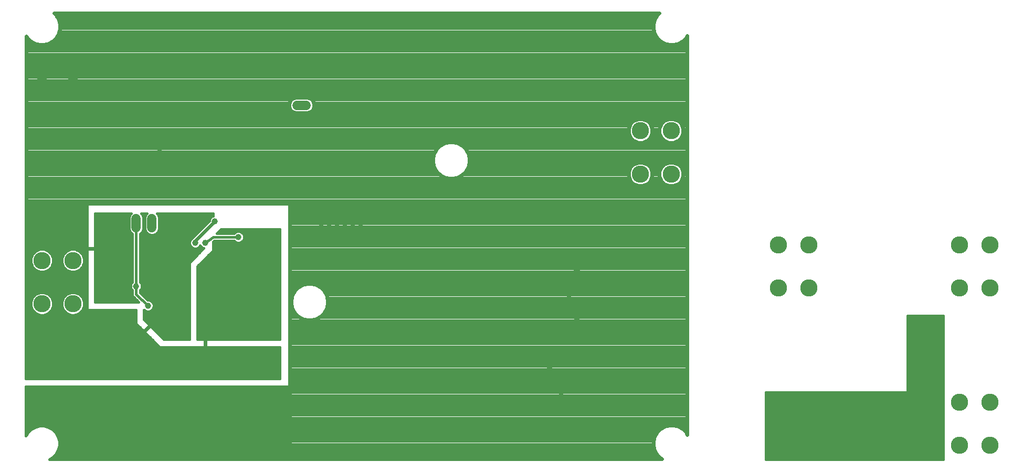
<source format=gbl>
G75*
%MOIN*%
%OFA0B0*%
%FSLAX24Y24*%
%IPPOS*%
%LPD*%
%AMOC8*
5,1,8,0,0,1.08239X$1,22.5*
%
%ADD10C,0.1095*%
%ADD11C,0.0594*%
%ADD12C,0.0396*%
%ADD13C,0.0240*%
%ADD14C,0.0160*%
D10*
X001646Y010550D03*
X003606Y010550D03*
X003606Y013310D03*
X001646Y013310D03*
X001646Y022550D03*
X003606Y022550D03*
X003606Y025310D03*
X001646Y025310D03*
X039646Y021560D03*
X041606Y021560D03*
X041606Y018800D03*
X039646Y018800D03*
X048396Y014310D03*
X050356Y014310D03*
X050356Y011550D03*
X048396Y011550D03*
X041606Y011560D03*
X039646Y011560D03*
X039646Y008800D03*
X041606Y008800D03*
X048396Y004310D03*
X050356Y004310D03*
X050356Y001550D03*
X048396Y001550D03*
X059896Y001550D03*
X061856Y001550D03*
X061856Y004310D03*
X059896Y004310D03*
X059896Y011550D03*
X061856Y011550D03*
X061856Y014310D03*
X059896Y014310D03*
D11*
X018422Y023180D02*
X017829Y023180D01*
X017829Y024180D02*
X018422Y024180D01*
X008626Y015977D02*
X008626Y015383D01*
X007626Y015383D02*
X007626Y015977D01*
X006626Y015977D02*
X006626Y015383D01*
D12*
X007126Y014305D03*
X005626Y014055D03*
X008376Y013180D03*
X007126Y012430D03*
X007626Y011680D03*
X008376Y010430D03*
X009251Y009930D03*
X012001Y009555D03*
X016251Y007430D03*
X008876Y003680D03*
X008876Y003180D03*
X008876Y002680D03*
X012876Y013055D03*
X014876Y013055D03*
X012001Y014430D03*
X011376Y014430D03*
X014126Y014805D03*
X012626Y015805D03*
X019376Y015680D03*
X019876Y015680D03*
X020376Y015680D03*
X020876Y015680D03*
X021376Y015680D03*
X021876Y015680D03*
X021626Y015180D03*
X021126Y015180D03*
X020626Y015180D03*
X020126Y015180D03*
X019626Y015180D03*
X019876Y014680D03*
X020376Y014680D03*
X020876Y014680D03*
X021376Y014680D03*
X021876Y014680D03*
X019376Y014680D03*
X009126Y020430D03*
X009126Y022930D03*
X008126Y022930D03*
X007126Y022930D03*
X006126Y022930D03*
X005126Y022930D03*
X005126Y024180D03*
X006126Y024180D03*
X007126Y024180D03*
X008126Y024180D03*
X009126Y024180D03*
X010126Y024180D03*
X010126Y022930D03*
X010126Y025430D03*
X009126Y025430D03*
X008126Y025430D03*
X007126Y025430D03*
X006126Y025430D03*
X005126Y025430D03*
X003626Y023930D03*
X002626Y023930D03*
X001626Y023930D03*
X001376Y020680D03*
X002376Y020680D03*
X003376Y020680D03*
X003376Y019680D03*
X002376Y019680D03*
X001376Y019680D03*
X033876Y007430D03*
X034626Y006930D03*
X033876Y006430D03*
X034626Y005930D03*
X033876Y005430D03*
X034626Y004930D03*
X033876Y004430D03*
X035626Y009680D03*
X035126Y010180D03*
X035626Y010680D03*
X035126Y011180D03*
X035626Y011680D03*
X035126Y012180D03*
X035626Y012680D03*
X057126Y009180D03*
X057751Y008805D03*
X058376Y009180D03*
X058376Y008430D03*
X057751Y008055D03*
X058376Y007680D03*
X057751Y007305D03*
X058376Y006930D03*
X057126Y006930D03*
X057126Y007680D03*
X057126Y008430D03*
D13*
X042626Y008528D02*
X017376Y008528D01*
X017376Y008766D02*
X042626Y008766D01*
X042626Y009005D02*
X017376Y009005D01*
X017376Y009243D02*
X042626Y009243D01*
X042626Y009482D02*
X017376Y009482D01*
X017376Y009720D02*
X017988Y009720D01*
X017920Y009760D02*
X018182Y009608D01*
X018474Y009530D01*
X018777Y009530D01*
X019069Y009608D01*
X019332Y009760D01*
X019546Y009974D01*
X019697Y010236D01*
X019776Y010529D01*
X019776Y010831D01*
X019697Y011124D01*
X019546Y011386D01*
X019332Y011600D01*
X019069Y011752D01*
X018777Y011830D01*
X018474Y011830D01*
X018182Y011752D01*
X017920Y011600D01*
X017705Y011386D01*
X017554Y011124D01*
X017476Y010831D01*
X017476Y010529D01*
X017554Y010236D01*
X017705Y009974D01*
X017920Y009760D01*
X017721Y009959D02*
X017376Y009959D01*
X017376Y010197D02*
X017577Y010197D01*
X017501Y010436D02*
X017376Y010436D01*
X017376Y010674D02*
X017476Y010674D01*
X017497Y010913D02*
X017376Y010913D01*
X017376Y011151D02*
X017570Y011151D01*
X017709Y011390D02*
X017376Y011390D01*
X017376Y011628D02*
X017968Y011628D01*
X017376Y011867D02*
X042626Y011867D01*
X042626Y012105D02*
X017376Y012105D01*
X017376Y012344D02*
X042626Y012344D01*
X042626Y012582D02*
X017376Y012582D01*
X017376Y012821D02*
X042626Y012821D01*
X042626Y013059D02*
X017376Y013059D01*
X017376Y013298D02*
X042626Y013298D01*
X042626Y013536D02*
X017376Y013536D01*
X017376Y013775D02*
X042626Y013775D01*
X042626Y014013D02*
X017376Y014013D01*
X017376Y014252D02*
X042626Y014252D01*
X042626Y014490D02*
X017376Y014490D01*
X017376Y014729D02*
X042626Y014729D01*
X042626Y014967D02*
X017376Y014967D01*
X017376Y015206D02*
X042626Y015206D01*
X042626Y015444D02*
X017376Y015444D01*
X017376Y015683D02*
X042626Y015683D01*
X042626Y015921D02*
X017376Y015921D01*
X017376Y016160D02*
X042626Y016160D01*
X042626Y016398D02*
X017376Y016398D01*
X017376Y016637D02*
X042626Y016637D01*
X042626Y016875D02*
X017376Y016875D01*
X017376Y016930D02*
X000646Y016930D01*
X000646Y027578D01*
X000705Y027474D01*
X000920Y027260D01*
X001182Y027108D01*
X001474Y027030D01*
X001777Y027030D01*
X002069Y027108D01*
X002332Y027260D01*
X002546Y027474D01*
X002697Y027736D01*
X002776Y028029D01*
X002776Y028331D01*
X002697Y028624D01*
X002546Y028886D01*
X002402Y029030D01*
X040849Y029030D01*
X040705Y028886D01*
X040554Y028624D01*
X040476Y028331D01*
X040476Y028029D01*
X040554Y027736D01*
X040705Y027474D01*
X040920Y027260D01*
X041182Y027108D01*
X041474Y027030D01*
X041777Y027030D01*
X042069Y027108D01*
X042332Y027260D01*
X042546Y027474D01*
X042626Y027612D01*
X042626Y002248D01*
X042546Y002386D01*
X042332Y002600D01*
X042069Y002752D01*
X041777Y002830D01*
X041474Y002830D01*
X041182Y002752D01*
X040920Y002600D01*
X040705Y002386D01*
X040554Y002124D01*
X040476Y001831D01*
X040476Y001529D01*
X040554Y001236D01*
X040705Y000974D01*
X040920Y000760D01*
X041023Y000700D01*
X017376Y000700D01*
X017376Y016930D01*
X012626Y015805D02*
X011376Y014555D01*
X011376Y014430D01*
X005626Y014055D02*
X004376Y014055D01*
X000646Y017114D02*
X042626Y017114D01*
X042626Y017352D02*
X000646Y017352D01*
X000646Y017591D02*
X042626Y017591D01*
X042626Y017829D02*
X000646Y017829D01*
X000646Y018068D02*
X039461Y018068D01*
X039497Y018053D02*
X039794Y018053D01*
X040069Y018166D01*
X040279Y018377D01*
X040393Y018651D01*
X040393Y018949D01*
X040279Y019223D01*
X040069Y019434D01*
X039794Y019547D01*
X039497Y019547D01*
X039222Y019434D01*
X039012Y019223D01*
X038898Y018949D01*
X038898Y018651D01*
X039012Y018377D01*
X039222Y018166D01*
X039497Y018053D01*
X039831Y018068D02*
X041421Y018068D01*
X041457Y018053D02*
X041754Y018053D01*
X042029Y018166D01*
X042239Y018377D01*
X042353Y018651D01*
X042353Y018949D01*
X042239Y019223D01*
X042029Y019434D01*
X041754Y019547D01*
X041457Y019547D01*
X041182Y019434D01*
X040972Y019223D01*
X040858Y018949D01*
X040858Y018651D01*
X040972Y018377D01*
X041182Y018166D01*
X041457Y018053D01*
X041791Y018068D02*
X042626Y018068D01*
X042626Y018306D02*
X042169Y018306D01*
X042309Y018545D02*
X042626Y018545D01*
X042626Y018783D02*
X042353Y018783D01*
X042323Y019022D02*
X042626Y019022D01*
X042626Y019260D02*
X042203Y019260D01*
X041873Y019499D02*
X042626Y019499D01*
X042626Y019737D02*
X028776Y019737D01*
X028776Y019831D02*
X028776Y019529D01*
X028697Y019236D01*
X028546Y018974D01*
X028332Y018760D01*
X028069Y018608D01*
X027777Y018530D01*
X027474Y018530D01*
X027182Y018608D01*
X026920Y018760D01*
X026705Y018974D01*
X026554Y019236D01*
X026476Y019529D01*
X026476Y019831D01*
X026554Y020124D01*
X026705Y020386D01*
X026920Y020600D01*
X027182Y020752D01*
X027474Y020830D01*
X027777Y020830D01*
X028069Y020752D01*
X028332Y020600D01*
X028546Y020386D01*
X028697Y020124D01*
X028776Y019831D01*
X028737Y019976D02*
X042626Y019976D01*
X042626Y020214D02*
X028645Y020214D01*
X028479Y020453D02*
X042626Y020453D01*
X042626Y020691D02*
X028174Y020691D01*
X027077Y020691D02*
X000646Y020691D01*
X000646Y020453D02*
X026772Y020453D01*
X026606Y020214D02*
X000646Y020214D01*
X000646Y019976D02*
X026514Y019976D01*
X026476Y019737D02*
X000646Y019737D01*
X000646Y019499D02*
X026484Y019499D01*
X026548Y019260D02*
X000646Y019260D01*
X000646Y019022D02*
X026678Y019022D01*
X026896Y018783D02*
X000646Y018783D01*
X000646Y018545D02*
X027420Y018545D01*
X027831Y018545D02*
X038942Y018545D01*
X038898Y018783D02*
X028355Y018783D01*
X028573Y019022D02*
X038928Y019022D01*
X039048Y019260D02*
X028704Y019260D01*
X028767Y019499D02*
X039379Y019499D01*
X039913Y019499D02*
X041339Y019499D01*
X041008Y019260D02*
X040243Y019260D01*
X040363Y019022D02*
X040888Y019022D01*
X040858Y018783D02*
X040393Y018783D01*
X040349Y018545D02*
X040902Y018545D01*
X041042Y018306D02*
X040209Y018306D01*
X039082Y018306D02*
X000646Y018306D01*
X000646Y020930D02*
X039219Y020930D01*
X039222Y020926D02*
X039497Y020813D01*
X039794Y020813D01*
X040069Y020926D01*
X040279Y021137D01*
X040393Y021411D01*
X040393Y021709D01*
X040279Y021983D01*
X040069Y022194D01*
X039794Y022307D01*
X039497Y022307D01*
X039222Y022194D01*
X039012Y021983D01*
X038898Y021709D01*
X038898Y021411D01*
X039012Y021137D01*
X039222Y020926D01*
X038999Y021168D02*
X000646Y021168D01*
X000646Y021407D02*
X038900Y021407D01*
X038898Y021645D02*
X000646Y021645D01*
X000646Y021884D02*
X038971Y021884D01*
X039150Y022122D02*
X000646Y022122D01*
X000646Y022361D02*
X042626Y022361D01*
X042626Y022599D02*
X000646Y022599D01*
X000646Y022838D02*
X017469Y022838D01*
X017408Y022899D02*
X017547Y022759D01*
X017730Y022683D01*
X018521Y022683D01*
X018704Y022759D01*
X018844Y022899D01*
X018919Y023081D01*
X018919Y023279D01*
X018844Y023461D01*
X018704Y023601D01*
X018521Y023677D01*
X017730Y023677D01*
X017547Y023601D01*
X017408Y023461D01*
X017332Y023279D01*
X017332Y023081D01*
X017408Y022899D01*
X017334Y023076D02*
X000646Y023076D01*
X000646Y023315D02*
X017347Y023315D01*
X017499Y023553D02*
X000646Y023553D01*
X000646Y023792D02*
X042626Y023792D01*
X042626Y024030D02*
X000646Y024030D01*
X000646Y024269D02*
X042626Y024269D01*
X042626Y024507D02*
X000646Y024507D01*
X000646Y024746D02*
X042626Y024746D01*
X042626Y024984D02*
X000646Y024984D01*
X000646Y025223D02*
X042626Y025223D01*
X042626Y025461D02*
X000646Y025461D01*
X000646Y025700D02*
X042626Y025700D01*
X042626Y025938D02*
X000646Y025938D01*
X000646Y026177D02*
X042626Y026177D01*
X042626Y026415D02*
X000646Y026415D01*
X000646Y026654D02*
X042626Y026654D01*
X042626Y026892D02*
X000646Y026892D01*
X000646Y027131D02*
X001143Y027131D01*
X000810Y027369D02*
X000646Y027369D01*
X002108Y027131D02*
X041143Y027131D01*
X040810Y027369D02*
X002441Y027369D01*
X002623Y027608D02*
X040628Y027608D01*
X040525Y027846D02*
X002727Y027846D01*
X002776Y028085D02*
X040476Y028085D01*
X040476Y028323D02*
X002776Y028323D01*
X002714Y028562D02*
X040537Y028562D01*
X040656Y028800D02*
X002595Y028800D01*
X018752Y023553D02*
X042626Y023553D01*
X042626Y023315D02*
X018905Y023315D01*
X018917Y023076D02*
X042626Y023076D01*
X042626Y022838D02*
X018783Y022838D01*
X040141Y022122D02*
X041110Y022122D01*
X041182Y022194D02*
X040972Y021983D01*
X040858Y021709D01*
X040858Y021411D01*
X040972Y021137D01*
X041182Y020926D01*
X041457Y020813D01*
X041754Y020813D01*
X042029Y020926D01*
X042239Y021137D01*
X042353Y021411D01*
X042353Y021709D01*
X042239Y021983D01*
X042029Y022194D01*
X041754Y022307D01*
X041457Y022307D01*
X041182Y022194D01*
X040931Y021884D02*
X040321Y021884D01*
X040393Y021645D02*
X040858Y021645D01*
X040860Y021407D02*
X040391Y021407D01*
X040292Y021168D02*
X040959Y021168D01*
X041179Y020930D02*
X040072Y020930D01*
X042032Y020930D02*
X042626Y020930D01*
X042626Y021168D02*
X042252Y021168D01*
X042351Y021407D02*
X042626Y021407D01*
X042626Y021645D02*
X042353Y021645D01*
X042281Y021884D02*
X042626Y021884D01*
X042626Y022122D02*
X042101Y022122D01*
X042108Y027131D02*
X042626Y027131D01*
X042626Y027369D02*
X042441Y027369D01*
X042623Y027608D02*
X042626Y027608D01*
X042626Y011628D02*
X019283Y011628D01*
X019542Y011390D02*
X042626Y011390D01*
X042626Y011151D02*
X019681Y011151D01*
X019754Y010913D02*
X042626Y010913D01*
X042626Y010674D02*
X019776Y010674D01*
X019751Y010436D02*
X042626Y010436D01*
X042626Y010197D02*
X019675Y010197D01*
X019530Y009959D02*
X042626Y009959D01*
X042626Y009720D02*
X019263Y009720D01*
X017376Y008289D02*
X042626Y008289D01*
X042626Y008051D02*
X017376Y008051D01*
X017376Y007812D02*
X042626Y007812D01*
X042626Y007574D02*
X017376Y007574D01*
X017376Y007335D02*
X042626Y007335D01*
X042626Y007097D02*
X017376Y007097D01*
X017376Y006858D02*
X042626Y006858D01*
X042626Y006620D02*
X017376Y006620D01*
X017376Y006381D02*
X042626Y006381D01*
X042626Y006143D02*
X017376Y006143D01*
X017376Y005904D02*
X042626Y005904D01*
X042626Y005666D02*
X017376Y005666D01*
X017376Y005427D02*
X042626Y005427D01*
X042626Y005189D02*
X017376Y005189D01*
X017376Y004950D02*
X042626Y004950D01*
X042626Y004712D02*
X017376Y004712D01*
X017376Y004473D02*
X042626Y004473D01*
X042626Y004235D02*
X017376Y004235D01*
X017376Y003996D02*
X042626Y003996D01*
X042626Y003758D02*
X017376Y003758D01*
X017376Y003519D02*
X042626Y003519D01*
X042626Y003281D02*
X017376Y003281D01*
X017376Y003042D02*
X042626Y003042D01*
X042626Y002804D02*
X041876Y002804D01*
X041376Y002804D02*
X017376Y002804D01*
X017376Y002565D02*
X040884Y002565D01*
X040671Y002327D02*
X017376Y002327D01*
X017376Y002088D02*
X040544Y002088D01*
X040481Y001850D02*
X017376Y001850D01*
X017376Y001611D02*
X040476Y001611D01*
X040517Y001373D02*
X017376Y001373D01*
X017376Y001134D02*
X040613Y001134D01*
X040784Y000896D02*
X017376Y000896D01*
X012001Y007555D02*
X012001Y009555D01*
X009251Y009555D02*
X009251Y009930D01*
X007501Y008180D01*
X042367Y002565D02*
X042626Y002565D01*
X042626Y002327D02*
X042580Y002327D01*
D14*
X002307Y000792D02*
X002113Y000680D01*
X017376Y000680D01*
X017376Y005305D01*
X000626Y005305D01*
X000626Y002168D01*
X000737Y002362D01*
X000944Y002568D01*
X001197Y002714D01*
X001479Y002790D01*
X001772Y002790D01*
X002054Y002714D01*
X002307Y002568D01*
X002514Y002362D01*
X002660Y002108D01*
X002736Y001826D01*
X002736Y001534D01*
X002660Y001252D01*
X002514Y000998D01*
X002307Y000792D01*
X002329Y000814D02*
X017376Y000814D01*
X017376Y000973D02*
X002488Y000973D01*
X002590Y001131D02*
X017376Y001131D01*
X017376Y001290D02*
X002670Y001290D01*
X002713Y001448D02*
X017376Y001448D01*
X017376Y001607D02*
X002736Y001607D01*
X002736Y001765D02*
X017376Y001765D01*
X017376Y001924D02*
X002709Y001924D01*
X002667Y002082D02*
X017376Y002082D01*
X017376Y002241D02*
X002584Y002241D01*
X002476Y002399D02*
X017376Y002399D01*
X017376Y002558D02*
X002318Y002558D01*
X002048Y002716D02*
X017376Y002716D01*
X017376Y002875D02*
X000626Y002875D01*
X000626Y003033D02*
X017376Y003033D01*
X017376Y003192D02*
X000626Y003192D01*
X000626Y003350D02*
X017376Y003350D01*
X017376Y003509D02*
X000626Y003509D01*
X000626Y003667D02*
X017376Y003667D01*
X017376Y003826D02*
X000626Y003826D01*
X000626Y003984D02*
X017376Y003984D01*
X017376Y004143D02*
X000626Y004143D01*
X000626Y004301D02*
X017376Y004301D01*
X017376Y004460D02*
X000626Y004460D01*
X000626Y004618D02*
X017376Y004618D01*
X017376Y004777D02*
X000626Y004777D01*
X000626Y004935D02*
X017376Y004935D01*
X017376Y005094D02*
X000626Y005094D01*
X000626Y005252D02*
X017376Y005252D01*
X016751Y005805D02*
X000626Y005805D01*
X000626Y016930D01*
X004501Y016930D01*
X004501Y010180D01*
X007626Y010180D01*
X007626Y009305D01*
X009126Y007805D01*
X016751Y007805D01*
X016751Y005805D01*
X016751Y005886D02*
X000626Y005886D01*
X000626Y006045D02*
X016751Y006045D01*
X016751Y006203D02*
X000626Y006203D01*
X000626Y006362D02*
X016751Y006362D01*
X016751Y006520D02*
X000626Y006520D01*
X000626Y006679D02*
X016751Y006679D01*
X016751Y006837D02*
X000626Y006837D01*
X000626Y006996D02*
X016751Y006996D01*
X016751Y007154D02*
X000626Y007154D01*
X000626Y007313D02*
X016751Y007313D01*
X016751Y007471D02*
X000626Y007471D01*
X000626Y007630D02*
X016751Y007630D01*
X016751Y007788D02*
X000626Y007788D01*
X000626Y007947D02*
X008984Y007947D01*
X008826Y008105D02*
X000626Y008105D01*
X000626Y008264D02*
X008667Y008264D01*
X008509Y008422D02*
X000626Y008422D01*
X000626Y008581D02*
X008350Y008581D01*
X008192Y008739D02*
X000626Y008739D01*
X000626Y008898D02*
X008033Y008898D01*
X007875Y009056D02*
X000626Y009056D01*
X000626Y009215D02*
X007716Y009215D01*
X007626Y009373D02*
X000626Y009373D01*
X000626Y009532D02*
X007626Y009532D01*
X007626Y009690D02*
X000626Y009690D01*
X000626Y009849D02*
X001490Y009849D01*
X001505Y009843D02*
X001786Y009843D01*
X002046Y009950D01*
X002245Y010149D01*
X002353Y010409D01*
X002353Y010691D01*
X002245Y010951D01*
X002046Y011150D01*
X001786Y011257D01*
X001505Y011257D01*
X001245Y011150D01*
X001046Y010951D01*
X000938Y010691D01*
X000938Y010409D01*
X001046Y010149D01*
X001245Y009950D01*
X001505Y009843D01*
X001801Y009849D02*
X003450Y009849D01*
X003465Y009843D02*
X003746Y009843D01*
X004006Y009950D01*
X004205Y010149D01*
X004313Y010409D01*
X004313Y010691D01*
X004205Y010951D01*
X004006Y011150D01*
X003746Y011257D01*
X003465Y011257D01*
X003205Y011150D01*
X003006Y010951D01*
X002898Y010691D01*
X002898Y010409D01*
X003006Y010149D01*
X003205Y009950D01*
X003465Y009843D01*
X003761Y009849D02*
X007626Y009849D01*
X007626Y010007D02*
X004063Y010007D01*
X004212Y010166D02*
X007626Y010166D01*
X008126Y010166D02*
X008134Y010166D01*
X008126Y010174D02*
X008173Y010126D01*
X008304Y010072D01*
X008447Y010072D01*
X008578Y010126D01*
X008679Y010227D01*
X008734Y010359D01*
X008734Y010501D01*
X008679Y010633D01*
X008578Y010734D01*
X008447Y010788D01*
X008357Y010788D01*
X007866Y011279D01*
X007866Y011414D01*
X007929Y011477D01*
X007984Y011609D01*
X007984Y011751D01*
X007929Y011883D01*
X007866Y011946D01*
X007866Y014988D01*
X007884Y014996D01*
X008013Y015124D01*
X008082Y015292D01*
X008082Y016068D01*
X008013Y016236D01*
X007944Y016305D01*
X008308Y016305D01*
X008238Y016236D01*
X008169Y016068D01*
X008169Y015292D01*
X008238Y015124D01*
X008367Y014996D01*
X008535Y014926D01*
X008716Y014926D01*
X008884Y014996D01*
X009013Y015124D01*
X009082Y015292D01*
X009082Y016068D01*
X009013Y016236D01*
X008944Y016305D01*
X012501Y016305D01*
X012501Y016141D01*
X012423Y016109D01*
X012322Y016008D01*
X012267Y015876D01*
X012267Y015843D01*
X011138Y014714D01*
X011128Y014689D01*
X011072Y014633D01*
X011017Y014501D01*
X011017Y014359D01*
X011072Y014227D01*
X011173Y014126D01*
X011304Y014072D01*
X011447Y014072D01*
X011578Y014126D01*
X011679Y014227D01*
X011688Y014249D01*
X011697Y014227D01*
X011798Y014126D01*
X011903Y014083D01*
X011001Y013180D01*
X011001Y008305D01*
X009376Y008305D01*
X008126Y009555D01*
X008126Y010174D01*
X008126Y010007D02*
X011001Y010007D01*
X011001Y009849D02*
X008126Y009849D01*
X008126Y009690D02*
X011001Y009690D01*
X011001Y009532D02*
X008149Y009532D01*
X008308Y009373D02*
X011001Y009373D01*
X011001Y009215D02*
X008466Y009215D01*
X008625Y009056D02*
X011001Y009056D01*
X011001Y008898D02*
X008783Y008898D01*
X008942Y008739D02*
X011001Y008739D01*
X011001Y008581D02*
X009100Y008581D01*
X009259Y008422D02*
X011001Y008422D01*
X011501Y008422D02*
X016751Y008422D01*
X016751Y008305D02*
X011501Y008305D01*
X011501Y012930D01*
X012501Y013930D01*
X012501Y014505D01*
X012581Y014565D01*
X013859Y014565D01*
X013923Y014501D01*
X014054Y014447D01*
X014197Y014447D01*
X014328Y014501D01*
X014429Y014602D01*
X014484Y014734D01*
X014484Y014876D01*
X014429Y015008D01*
X014328Y015109D01*
X014197Y015163D01*
X014054Y015163D01*
X013923Y015109D01*
X013859Y015045D01*
X012741Y015045D01*
X013001Y015305D01*
X016751Y015305D01*
X016751Y008305D01*
X016751Y008581D02*
X011501Y008581D01*
X011501Y008739D02*
X016751Y008739D01*
X016751Y008898D02*
X011501Y008898D01*
X011501Y009056D02*
X016751Y009056D01*
X016751Y009215D02*
X011501Y009215D01*
X011501Y009373D02*
X016751Y009373D01*
X016751Y009532D02*
X011501Y009532D01*
X011501Y009690D02*
X016751Y009690D01*
X016751Y009849D02*
X011501Y009849D01*
X011501Y010007D02*
X016751Y010007D01*
X016751Y010166D02*
X011501Y010166D01*
X011501Y010324D02*
X016751Y010324D01*
X016751Y010483D02*
X011501Y010483D01*
X011501Y010641D02*
X016751Y010641D01*
X016751Y010800D02*
X011501Y010800D01*
X011501Y010958D02*
X016751Y010958D01*
X016751Y011117D02*
X011501Y011117D01*
X011501Y011275D02*
X016751Y011275D01*
X016751Y011434D02*
X011501Y011434D01*
X011501Y011592D02*
X016751Y011592D01*
X016751Y011751D02*
X011501Y011751D01*
X011501Y011909D02*
X016751Y011909D01*
X016751Y012068D02*
X011501Y012068D01*
X011501Y012226D02*
X016751Y012226D01*
X016751Y012385D02*
X011501Y012385D01*
X011501Y012543D02*
X016751Y012543D01*
X016751Y012702D02*
X011501Y012702D01*
X011501Y012860D02*
X016751Y012860D01*
X016751Y013019D02*
X011589Y013019D01*
X011748Y013177D02*
X016751Y013177D01*
X016751Y013336D02*
X011906Y013336D01*
X012065Y013494D02*
X016751Y013494D01*
X016751Y013653D02*
X012223Y013653D01*
X012382Y013811D02*
X016751Y013811D01*
X016751Y013970D02*
X012501Y013970D01*
X012501Y014128D02*
X016751Y014128D01*
X016751Y014287D02*
X012501Y014287D01*
X012501Y014445D02*
X016751Y014445D01*
X016751Y014604D02*
X014430Y014604D01*
X014484Y014762D02*
X016751Y014762D01*
X016751Y014921D02*
X014465Y014921D01*
X014358Y015079D02*
X016751Y015079D01*
X016751Y015238D02*
X012933Y015238D01*
X012775Y015079D02*
X013893Y015079D01*
X014126Y014805D02*
X012501Y014805D01*
X012001Y014430D01*
X011796Y014128D02*
X011580Y014128D01*
X011790Y013970D02*
X007866Y013970D01*
X007866Y014128D02*
X011171Y014128D01*
X011047Y014287D02*
X007866Y014287D01*
X007866Y014445D02*
X011017Y014445D01*
X011060Y014604D02*
X007866Y014604D01*
X007866Y014762D02*
X011187Y014762D01*
X011345Y014921D02*
X007866Y014921D01*
X007968Y015079D02*
X008284Y015079D01*
X008191Y015238D02*
X008060Y015238D01*
X008082Y015396D02*
X008169Y015396D01*
X008169Y015555D02*
X008082Y015555D01*
X008082Y015713D02*
X008169Y015713D01*
X008169Y015872D02*
X008082Y015872D01*
X008082Y016030D02*
X008169Y016030D01*
X008219Y016189D02*
X008032Y016189D01*
X007308Y016305D02*
X007238Y016236D01*
X007169Y016068D01*
X007169Y015292D01*
X007238Y015124D01*
X007367Y014996D01*
X007386Y014988D01*
X007386Y011946D01*
X007322Y011883D01*
X007267Y011751D01*
X007267Y011609D01*
X007322Y011477D01*
X007386Y011414D01*
X007386Y011132D01*
X007422Y011044D01*
X007490Y010977D01*
X007786Y010680D01*
X005001Y010680D01*
X005001Y016305D01*
X007308Y016305D01*
X007219Y016189D02*
X005001Y016189D01*
X005001Y016030D02*
X007169Y016030D01*
X007169Y015872D02*
X005001Y015872D01*
X005001Y015713D02*
X007169Y015713D01*
X007169Y015555D02*
X005001Y015555D01*
X005001Y015396D02*
X007169Y015396D01*
X007191Y015238D02*
X005001Y015238D01*
X005001Y015079D02*
X007284Y015079D01*
X007386Y014921D02*
X005001Y014921D01*
X005001Y014762D02*
X007386Y014762D01*
X007386Y014604D02*
X005001Y014604D01*
X005001Y014445D02*
X007386Y014445D01*
X007386Y014287D02*
X005001Y014287D01*
X005001Y014128D02*
X007386Y014128D01*
X007386Y013970D02*
X005001Y013970D01*
X005001Y013811D02*
X007386Y013811D01*
X007386Y013653D02*
X005001Y013653D01*
X005001Y013494D02*
X007386Y013494D01*
X007386Y013336D02*
X005001Y013336D01*
X005001Y013177D02*
X007386Y013177D01*
X007386Y013019D02*
X005001Y013019D01*
X005001Y012860D02*
X007386Y012860D01*
X007386Y012702D02*
X005001Y012702D01*
X005001Y012543D02*
X007386Y012543D01*
X007386Y012385D02*
X005001Y012385D01*
X005001Y012226D02*
X007386Y012226D01*
X007386Y012068D02*
X005001Y012068D01*
X005001Y011909D02*
X007348Y011909D01*
X007267Y011751D02*
X005001Y011751D01*
X005001Y011592D02*
X007274Y011592D01*
X007366Y011434D02*
X005001Y011434D01*
X005001Y011275D02*
X007386Y011275D01*
X007392Y011117D02*
X005001Y011117D01*
X005001Y010958D02*
X007508Y010958D01*
X007667Y010800D02*
X005001Y010800D01*
X004501Y010800D02*
X004268Y010800D01*
X004313Y010641D02*
X004501Y010641D01*
X004501Y010483D02*
X004313Y010483D01*
X004278Y010324D02*
X004501Y010324D01*
X004501Y010958D02*
X004198Y010958D01*
X004040Y011117D02*
X004501Y011117D01*
X004501Y011275D02*
X000626Y011275D01*
X000626Y011117D02*
X001212Y011117D01*
X001053Y010958D02*
X000626Y010958D01*
X000626Y010800D02*
X000983Y010800D01*
X000938Y010641D02*
X000626Y010641D01*
X000626Y010483D02*
X000938Y010483D01*
X000973Y010324D02*
X000626Y010324D01*
X000626Y010166D02*
X001039Y010166D01*
X001188Y010007D02*
X000626Y010007D01*
X002103Y010007D02*
X003148Y010007D01*
X002999Y010166D02*
X002252Y010166D01*
X002318Y010324D02*
X002933Y010324D01*
X002898Y010483D02*
X002353Y010483D01*
X002353Y010641D02*
X002898Y010641D01*
X002943Y010800D02*
X002308Y010800D01*
X002238Y010958D02*
X003013Y010958D01*
X003172Y011117D02*
X002080Y011117D01*
X000626Y011434D02*
X004501Y011434D01*
X004501Y011592D02*
X000626Y011592D01*
X000626Y011751D02*
X004501Y011751D01*
X004501Y011909D02*
X000626Y011909D01*
X000626Y012068D02*
X004501Y012068D01*
X004501Y012226D02*
X000626Y012226D01*
X000626Y012385D02*
X004501Y012385D01*
X004501Y012543D02*
X000626Y012543D01*
X000626Y012702D02*
X001266Y012702D01*
X001245Y012710D02*
X001505Y012603D01*
X001786Y012603D01*
X002046Y012710D01*
X002245Y012909D01*
X002353Y013169D01*
X002353Y013451D01*
X002245Y013711D01*
X002046Y013910D01*
X001786Y014017D01*
X001505Y014017D01*
X001245Y013910D01*
X001046Y013711D01*
X000938Y013451D01*
X000938Y013169D01*
X001046Y012909D01*
X001245Y012710D01*
X001095Y012860D02*
X000626Y012860D01*
X000626Y013019D02*
X001001Y013019D01*
X000938Y013177D02*
X000626Y013177D01*
X000626Y013336D02*
X000938Y013336D01*
X000956Y013494D02*
X000626Y013494D01*
X000626Y013653D02*
X001022Y013653D01*
X001146Y013811D02*
X000626Y013811D01*
X000626Y013970D02*
X001389Y013970D01*
X001902Y013970D02*
X003349Y013970D01*
X003465Y014017D02*
X003205Y013910D01*
X003006Y013711D01*
X002898Y013451D01*
X002898Y013169D01*
X003006Y012909D01*
X003205Y012710D01*
X003465Y012603D01*
X003746Y012603D01*
X004006Y012710D01*
X004205Y012909D01*
X004313Y013169D01*
X004313Y013451D01*
X004205Y013711D01*
X004006Y013910D01*
X003746Y014017D01*
X003465Y014017D01*
X003862Y013970D02*
X004501Y013970D01*
X004376Y014055D02*
X004251Y014180D01*
X004501Y014128D02*
X000626Y014128D01*
X000626Y014287D02*
X004501Y014287D01*
X004501Y014445D02*
X000626Y014445D01*
X000626Y014604D02*
X004501Y014604D01*
X004501Y014762D02*
X000626Y014762D01*
X000626Y014921D02*
X004501Y014921D01*
X004501Y015079D02*
X000626Y015079D01*
X000626Y015238D02*
X004501Y015238D01*
X004501Y015396D02*
X000626Y015396D01*
X000626Y015555D02*
X004501Y015555D01*
X004501Y015713D02*
X000626Y015713D01*
X000626Y015872D02*
X004501Y015872D01*
X004501Y016030D02*
X000626Y016030D01*
X000626Y016189D02*
X004501Y016189D01*
X004501Y016347D02*
X000626Y016347D01*
X000626Y016506D02*
X004501Y016506D01*
X004501Y016664D02*
X000626Y016664D01*
X000626Y016823D02*
X004501Y016823D01*
X007626Y015680D02*
X007626Y011680D01*
X007626Y011180D01*
X008376Y010430D01*
X008618Y010166D02*
X011001Y010166D01*
X011001Y010324D02*
X008719Y010324D01*
X008734Y010483D02*
X011001Y010483D01*
X011001Y010641D02*
X008671Y010641D01*
X008345Y010800D02*
X011001Y010800D01*
X011001Y010958D02*
X008187Y010958D01*
X008028Y011117D02*
X011001Y011117D01*
X011001Y011275D02*
X007870Y011275D01*
X007886Y011434D02*
X011001Y011434D01*
X011001Y011592D02*
X007977Y011592D01*
X007984Y011751D02*
X011001Y011751D01*
X011001Y011909D02*
X007903Y011909D01*
X007866Y012068D02*
X011001Y012068D01*
X011001Y012226D02*
X007866Y012226D01*
X007866Y012385D02*
X011001Y012385D01*
X011001Y012543D02*
X007866Y012543D01*
X007866Y012702D02*
X011001Y012702D01*
X011001Y012860D02*
X007866Y012860D01*
X007866Y013019D02*
X011001Y013019D01*
X011001Y013177D02*
X007866Y013177D01*
X007866Y013336D02*
X011156Y013336D01*
X011315Y013494D02*
X007866Y013494D01*
X007866Y013653D02*
X011473Y013653D01*
X011632Y013811D02*
X007866Y013811D01*
X007126Y014305D02*
X006876Y014055D01*
X005626Y014055D01*
X004501Y013811D02*
X004105Y013811D01*
X004230Y013653D02*
X004501Y013653D01*
X004501Y013494D02*
X004295Y013494D01*
X004313Y013336D02*
X004501Y013336D01*
X004501Y013177D02*
X004313Y013177D01*
X004251Y013019D02*
X004501Y013019D01*
X004501Y012860D02*
X004156Y012860D01*
X003985Y012702D02*
X004501Y012702D01*
X003226Y012702D02*
X002025Y012702D01*
X002196Y012860D02*
X003055Y012860D01*
X002961Y013019D02*
X002291Y013019D01*
X002353Y013177D02*
X002898Y013177D01*
X002898Y013336D02*
X002353Y013336D01*
X002335Y013494D02*
X002916Y013494D01*
X002982Y013653D02*
X002270Y013653D01*
X002145Y013811D02*
X003106Y013811D01*
X008968Y015079D02*
X011504Y015079D01*
X011662Y015238D02*
X009060Y015238D01*
X009082Y015396D02*
X011821Y015396D01*
X011979Y015555D02*
X009082Y015555D01*
X009082Y015713D02*
X012138Y015713D01*
X012267Y015872D02*
X009082Y015872D01*
X009082Y016030D02*
X012344Y016030D01*
X012501Y016189D02*
X009032Y016189D01*
X007501Y008180D02*
X008251Y007430D01*
X016251Y007430D01*
X016126Y007555D01*
X012001Y007555D01*
X001204Y002716D02*
X000626Y002716D01*
X000626Y002558D02*
X000933Y002558D01*
X000775Y002399D02*
X000626Y002399D01*
X000626Y002241D02*
X000668Y002241D01*
X047626Y002241D02*
X058876Y002241D01*
X058876Y002399D02*
X047626Y002399D01*
X047626Y002558D02*
X058876Y002558D01*
X058876Y002716D02*
X047626Y002716D01*
X047626Y002875D02*
X058876Y002875D01*
X058876Y003033D02*
X047626Y003033D01*
X047626Y003192D02*
X058876Y003192D01*
X058876Y003350D02*
X047626Y003350D01*
X047626Y003509D02*
X058876Y003509D01*
X058876Y003667D02*
X047626Y003667D01*
X047626Y003826D02*
X058876Y003826D01*
X058876Y003984D02*
X047626Y003984D01*
X047626Y004143D02*
X058876Y004143D01*
X058876Y004301D02*
X047626Y004301D01*
X047626Y004460D02*
X058876Y004460D01*
X058876Y004618D02*
X047626Y004618D01*
X047626Y004777D02*
X058876Y004777D01*
X058876Y004935D02*
X056626Y004935D01*
X056626Y004930D02*
X056626Y009805D01*
X058876Y009805D01*
X058876Y000680D01*
X047626Y000680D01*
X047626Y004930D01*
X056626Y004930D01*
X056626Y005094D02*
X058876Y005094D01*
X058876Y005252D02*
X056626Y005252D01*
X056626Y005411D02*
X058876Y005411D01*
X058876Y005569D02*
X056626Y005569D01*
X056626Y005728D02*
X058876Y005728D01*
X058876Y005886D02*
X056626Y005886D01*
X056626Y006045D02*
X058876Y006045D01*
X058876Y006203D02*
X056626Y006203D01*
X056626Y006362D02*
X058876Y006362D01*
X058876Y006520D02*
X056626Y006520D01*
X056626Y006679D02*
X058876Y006679D01*
X058876Y006837D02*
X056626Y006837D01*
X056626Y006996D02*
X058876Y006996D01*
X058876Y007154D02*
X056626Y007154D01*
X056626Y007313D02*
X058876Y007313D01*
X058876Y007471D02*
X056626Y007471D01*
X056626Y007630D02*
X058876Y007630D01*
X058876Y007788D02*
X056626Y007788D01*
X056626Y007947D02*
X058876Y007947D01*
X058876Y008105D02*
X056626Y008105D01*
X056626Y008264D02*
X058876Y008264D01*
X058876Y008422D02*
X056626Y008422D01*
X056626Y008581D02*
X058876Y008581D01*
X058876Y008739D02*
X056626Y008739D01*
X056626Y008898D02*
X058876Y008898D01*
X058876Y009056D02*
X056626Y009056D01*
X056626Y009215D02*
X058876Y009215D01*
X058876Y009373D02*
X056626Y009373D01*
X056626Y009532D02*
X058876Y009532D01*
X058876Y009690D02*
X056626Y009690D01*
X058876Y002082D02*
X047626Y002082D01*
X047626Y001924D02*
X058876Y001924D01*
X058876Y001765D02*
X047626Y001765D01*
X047626Y001607D02*
X058876Y001607D01*
X058876Y001448D02*
X047626Y001448D01*
X047626Y001290D02*
X058876Y001290D01*
X058876Y001131D02*
X047626Y001131D01*
X047626Y000973D02*
X058876Y000973D01*
X058876Y000814D02*
X047626Y000814D01*
M02*

</source>
